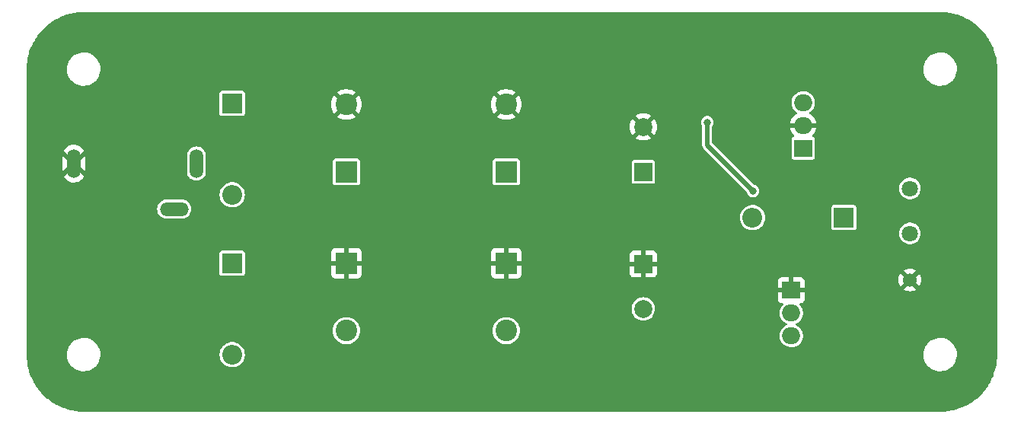
<source format=gbr>
%TF.GenerationSoftware,KiCad,Pcbnew,7.0.7-7.0.7~ubuntu22.04.1*%
%TF.CreationDate,2023-10-27T18:02:48-05:00*%
%TF.ProjectId,PSU,5053552e-6b69-4636-9164-5f7063625858,V1.0*%
%TF.SameCoordinates,Original*%
%TF.FileFunction,Copper,L2,Bot*%
%TF.FilePolarity,Positive*%
%FSLAX46Y46*%
G04 Gerber Fmt 4.6, Leading zero omitted, Abs format (unit mm)*
G04 Created by KiCad (PCBNEW 7.0.7-7.0.7~ubuntu22.04.1) date 2023-10-27 18:02:48*
%MOMM*%
%LPD*%
G01*
G04 APERTURE LIST*
%TA.AperFunction,ComponentPad*%
%ADD10C,1.524000*%
%TD*%
%TA.AperFunction,ComponentPad*%
%ADD11C,1.803400*%
%TD*%
%TA.AperFunction,ComponentPad*%
%ADD12R,2.000000X1.905000*%
%TD*%
%TA.AperFunction,ComponentPad*%
%ADD13O,2.000000X1.905000*%
%TD*%
%TA.AperFunction,ComponentPad*%
%ADD14R,2.000000X2.000000*%
%TD*%
%TA.AperFunction,ComponentPad*%
%ADD15C,2.000000*%
%TD*%
%TA.AperFunction,ComponentPad*%
%ADD16R,2.400000X2.400000*%
%TD*%
%TA.AperFunction,ComponentPad*%
%ADD17C,2.400000*%
%TD*%
%TA.AperFunction,ComponentPad*%
%ADD18R,2.200000X2.200000*%
%TD*%
%TA.AperFunction,ComponentPad*%
%ADD19O,2.200000X2.200000*%
%TD*%
%TA.AperFunction,ComponentPad*%
%ADD20O,1.500000X3.200000*%
%TD*%
%TA.AperFunction,ComponentPad*%
%ADD21O,3.200000X1.500000*%
%TD*%
%TA.AperFunction,ViaPad*%
%ADD22C,0.800000*%
%TD*%
%TA.AperFunction,Conductor*%
%ADD23C,0.500000*%
%TD*%
G04 APERTURE END LIST*
D10*
%TO.P,J2,3*%
%TO.N,GND*%
X197289553Y-108448601D03*
D11*
%TO.P,J2,1,1*%
%TO.N,+12V*%
X197289553Y-98288601D03*
%TO.P,J2,2,2*%
%TO.N,-12V*%
X197289553Y-103288601D03*
%TD*%
D12*
%TO.P,U2,1,GND*%
%TO.N,GND*%
X184100373Y-109590025D03*
D13*
%TO.P,U2,2,VI*%
%TO.N,Net-(D3-A)*%
X184100373Y-112130025D03*
%TO.P,U2,3,VO*%
%TO.N,-12V*%
X184100373Y-114670025D03*
%TD*%
D14*
%TO.P,C6,1*%
%TO.N,Net-(D1-K)*%
X167640000Y-96440000D03*
D15*
%TO.P,C6,2*%
%TO.N,GND*%
X167640000Y-91440000D03*
%TD*%
D14*
%TO.P,C5,1*%
%TO.N,GND*%
X167640000Y-106680000D03*
D15*
%TO.P,C5,2*%
%TO.N,Net-(D3-A)*%
X167640000Y-111680000D03*
%TD*%
D16*
%TO.P,C4,1*%
%TO.N,GND*%
X152400000Y-106600000D03*
D17*
%TO.P,C4,2*%
%TO.N,Net-(D3-A)*%
X152400000Y-114100000D03*
%TD*%
D18*
%TO.P,D1,1,K*%
%TO.N,Net-(D1-K)*%
X189950721Y-101520000D03*
D19*
%TO.P,D1,2,A*%
%TO.N,+12V*%
X179790721Y-101520000D03*
%TD*%
D20*
%TO.P,J1,6*%
%TO.N,Net-(D2-A)*%
X117943600Y-95514483D03*
%TO.N,GND*%
X104316122Y-95513631D03*
D21*
%TO.P,J1,7*%
%TO.N,N/C*%
X115473355Y-100575055D03*
%TD*%
D16*
%TO.P,C2,1*%
%TO.N,Net-(D1-K)*%
X152400000Y-96440000D03*
D17*
%TO.P,C2,2*%
%TO.N,GND*%
X152400000Y-88940000D03*
%TD*%
D16*
%TO.P,C3,1*%
%TO.N,GND*%
X134620000Y-106600000D03*
D17*
%TO.P,C3,2*%
%TO.N,Net-(D3-A)*%
X134620000Y-114100000D03*
%TD*%
D16*
%TO.P,C1,1*%
%TO.N,Net-(D1-K)*%
X134620000Y-96440000D03*
D17*
%TO.P,C1,2*%
%TO.N,GND*%
X134620000Y-88940000D03*
%TD*%
D12*
%TO.P,LM7812,1,IN*%
%TO.N,Net-(D1-K)*%
X185420000Y-93809770D03*
D13*
%TO.P,LM7812,2,GND*%
%TO.N,GND*%
X185420000Y-91269770D03*
%TO.P,LM7812,3,OUT*%
%TO.N,+12V*%
X185420000Y-88729770D03*
%TD*%
D18*
%TO.P,D2,1,K*%
%TO.N,Net-(D1-K)*%
X121920000Y-88820000D03*
D19*
%TO.P,D2,2,A*%
%TO.N,Net-(D2-A)*%
X121920000Y-98980000D03*
%TD*%
D18*
%TO.P,D3,1,K*%
%TO.N,Net-(D2-A)*%
X121920000Y-106600000D03*
D19*
%TO.P,D3,2,A*%
%TO.N,Net-(D3-A)*%
X121920000Y-116760000D03*
%TD*%
D22*
%TO.N,+12V*%
X179832000Y-98552000D03*
X174752000Y-90932000D03*
%TD*%
D23*
%TO.N,+12V*%
X174752000Y-93472000D02*
X174752000Y-90932000D01*
X179832000Y-98552000D02*
X174752000Y-93472000D01*
%TD*%
%TA.AperFunction,Conductor*%
%TO.N,GND*%
G36*
X200926871Y-78670485D02*
G01*
X201137581Y-78678764D01*
X201142032Y-78679102D01*
X201396138Y-78707734D01*
X201621099Y-78734360D01*
X201625303Y-78735006D01*
X201873490Y-78781965D01*
X202098986Y-78826819D01*
X202102853Y-78827721D01*
X202266591Y-78871595D01*
X202345597Y-78892765D01*
X202434742Y-78917906D01*
X202568278Y-78955567D01*
X202571911Y-78956713D01*
X202808529Y-79039510D01*
X203026363Y-79119873D01*
X203029650Y-79121195D01*
X203218711Y-79203682D01*
X203259126Y-79221315D01*
X203470484Y-79318752D01*
X203473428Y-79320207D01*
X203694672Y-79437138D01*
X203898027Y-79551023D01*
X203900662Y-79552587D01*
X204112450Y-79685662D01*
X204112474Y-79685677D01*
X204306495Y-79815318D01*
X204308867Y-79816984D01*
X204510107Y-79965507D01*
X204608293Y-80042910D01*
X204694573Y-80110927D01*
X204885198Y-80274973D01*
X205057731Y-80434461D01*
X205235538Y-80612268D01*
X205395025Y-80784800D01*
X205559055Y-80975407D01*
X205559073Y-80975427D01*
X205704492Y-81159892D01*
X205853014Y-81361131D01*
X205854680Y-81363503D01*
X205984322Y-81557525D01*
X206117390Y-81769302D01*
X206118988Y-81771993D01*
X206232869Y-81975343D01*
X206267324Y-82040534D01*
X206349777Y-82196542D01*
X206351259Y-82199540D01*
X206448684Y-82410873D01*
X206548796Y-82640333D01*
X206550138Y-82643667D01*
X206630490Y-82861472D01*
X206713285Y-83098086D01*
X206714436Y-83101735D01*
X206777234Y-83324402D01*
X206842270Y-83567118D01*
X206843191Y-83571071D01*
X206888033Y-83796504D01*
X206902920Y-83875182D01*
X206934989Y-84044677D01*
X206935640Y-84048917D01*
X206962283Y-84274014D01*
X206990894Y-84527951D01*
X206991237Y-84532460D01*
X206999516Y-84743185D01*
X207009500Y-85010000D01*
X207009500Y-116760000D01*
X206999516Y-117026814D01*
X206991237Y-117237538D01*
X206990895Y-117242047D01*
X206962283Y-117495985D01*
X206935640Y-117721081D01*
X206934989Y-117725321D01*
X206895865Y-117932100D01*
X206888068Y-117973317D01*
X206888043Y-117973447D01*
X206843191Y-118198927D01*
X206842270Y-118202880D01*
X206777234Y-118445597D01*
X206714436Y-118668263D01*
X206713285Y-118671911D01*
X206630490Y-118908527D01*
X206550138Y-119126331D01*
X206548796Y-119129665D01*
X206448684Y-119359127D01*
X206351259Y-119570458D01*
X206349769Y-119573472D01*
X206232869Y-119794656D01*
X206118988Y-119998005D01*
X206117390Y-120000696D01*
X205984322Y-120212474D01*
X205854680Y-120406495D01*
X205853014Y-120408867D01*
X205704492Y-120610107D01*
X205559073Y-120794572D01*
X205395026Y-120985198D01*
X205235538Y-121157731D01*
X205057731Y-121335538D01*
X204885198Y-121495026D01*
X204694572Y-121659073D01*
X204510107Y-121804492D01*
X204308867Y-121953014D01*
X204306495Y-121954680D01*
X204112474Y-122084322D01*
X203900696Y-122217390D01*
X203898005Y-122218988D01*
X203694656Y-122332869D01*
X203473472Y-122449769D01*
X203470458Y-122451259D01*
X203259127Y-122548684D01*
X203029665Y-122648796D01*
X203026331Y-122650138D01*
X202808527Y-122730490D01*
X202571911Y-122813285D01*
X202568263Y-122814436D01*
X202345597Y-122877234D01*
X202102880Y-122942270D01*
X202098927Y-122943191D01*
X201921689Y-122978446D01*
X201873437Y-122988044D01*
X201846574Y-122993127D01*
X201625321Y-123034989D01*
X201621081Y-123035640D01*
X201395985Y-123062283D01*
X201142047Y-123090895D01*
X201137538Y-123091237D01*
X200926814Y-123099516D01*
X200660000Y-123109500D01*
X105410000Y-123109500D01*
X105143185Y-123099516D01*
X104932460Y-123091237D01*
X104927951Y-123090894D01*
X104674014Y-123062283D01*
X104448917Y-123035640D01*
X104444677Y-123034989D01*
X104196599Y-122988051D01*
X104094231Y-122967689D01*
X103971071Y-122943191D01*
X103967118Y-122942270D01*
X103724402Y-122877234D01*
X103501735Y-122814436D01*
X103498086Y-122813285D01*
X103261472Y-122730490D01*
X103134301Y-122683574D01*
X103043660Y-122650135D01*
X103040333Y-122648796D01*
X102810873Y-122548684D01*
X102664309Y-122481118D01*
X102599530Y-122451254D01*
X102596542Y-122449777D01*
X102480250Y-122388314D01*
X102375343Y-122332869D01*
X102171993Y-122218988D01*
X102169302Y-122217390D01*
X101957525Y-122084322D01*
X101763503Y-121954680D01*
X101761131Y-121953014D01*
X101559892Y-121804492D01*
X101433287Y-121704685D01*
X101375421Y-121659067D01*
X101184801Y-121495026D01*
X101012268Y-121335538D01*
X100834461Y-121157731D01*
X100674973Y-120985198D01*
X100510927Y-120794572D01*
X100442910Y-120708293D01*
X100365507Y-120610107D01*
X100216984Y-120408867D01*
X100215318Y-120406495D01*
X100085677Y-120212474D01*
X99952587Y-120000662D01*
X99951023Y-119998027D01*
X99837130Y-119794656D01*
X99802676Y-119729466D01*
X99720207Y-119573428D01*
X99718752Y-119570484D01*
X99621315Y-119359126D01*
X99596082Y-119301291D01*
X99521195Y-119129650D01*
X99519873Y-119126363D01*
X99439503Y-118908510D01*
X99356714Y-118671912D01*
X99355567Y-118668278D01*
X99292765Y-118445597D01*
X99255746Y-118307441D01*
X99227721Y-118202853D01*
X99226819Y-118198986D01*
X99181957Y-117973447D01*
X99135006Y-117725303D01*
X99134360Y-117721099D01*
X99107734Y-117496138D01*
X99079102Y-117242032D01*
X99078764Y-117237581D01*
X99070479Y-117026710D01*
X99069154Y-116991308D01*
X99063035Y-116827763D01*
X103555787Y-116827763D01*
X103585413Y-117097013D01*
X103585415Y-117097024D01*
X103653926Y-117359082D01*
X103653928Y-117359088D01*
X103759870Y-117608390D01*
X103900979Y-117839605D01*
X103900986Y-117839615D01*
X104074253Y-118047819D01*
X104074259Y-118047824D01*
X104179240Y-118141887D01*
X104275998Y-118228582D01*
X104501910Y-118378044D01*
X104747176Y-118493020D01*
X104747183Y-118493022D01*
X104747185Y-118493023D01*
X105006557Y-118571057D01*
X105006564Y-118571058D01*
X105006569Y-118571060D01*
X105274561Y-118610500D01*
X105274566Y-118610500D01*
X105477636Y-118610500D01*
X105529133Y-118606730D01*
X105680156Y-118595677D01*
X105792758Y-118570593D01*
X105944546Y-118536782D01*
X105944548Y-118536781D01*
X105944553Y-118536780D01*
X106197558Y-118440014D01*
X106433777Y-118307441D01*
X106648177Y-118141888D01*
X106836186Y-117946881D01*
X106993799Y-117726579D01*
X107067787Y-117582669D01*
X107117649Y-117485690D01*
X107117651Y-117485684D01*
X107117656Y-117485675D01*
X107205118Y-117229305D01*
X107254319Y-116962933D01*
X107261735Y-116760006D01*
X120514700Y-116760006D01*
X120533864Y-116991297D01*
X120533866Y-116991308D01*
X120590842Y-117216300D01*
X120684075Y-117428848D01*
X120811016Y-117623147D01*
X120811019Y-117623151D01*
X120811021Y-117623153D01*
X120968216Y-117793913D01*
X120968219Y-117793915D01*
X120968222Y-117793918D01*
X121151365Y-117936464D01*
X121151371Y-117936468D01*
X121151374Y-117936470D01*
X121355497Y-118046936D01*
X121469487Y-118086068D01*
X121575015Y-118122297D01*
X121575017Y-118122297D01*
X121575019Y-118122298D01*
X121803951Y-118160500D01*
X121803952Y-118160500D01*
X122036048Y-118160500D01*
X122036049Y-118160500D01*
X122264981Y-118122298D01*
X122484503Y-118046936D01*
X122688626Y-117936470D01*
X122871784Y-117793913D01*
X123028979Y-117623153D01*
X123155924Y-117428849D01*
X123249157Y-117216300D01*
X123306134Y-116991305D01*
X123319685Y-116827765D01*
X123319685Y-116827763D01*
X198805787Y-116827763D01*
X198835413Y-117097013D01*
X198835415Y-117097024D01*
X198903926Y-117359082D01*
X198903928Y-117359088D01*
X199009870Y-117608390D01*
X199150979Y-117839605D01*
X199150986Y-117839615D01*
X199324253Y-118047819D01*
X199324259Y-118047824D01*
X199429240Y-118141887D01*
X199525998Y-118228582D01*
X199751910Y-118378044D01*
X199997176Y-118493020D01*
X199997183Y-118493022D01*
X199997185Y-118493023D01*
X200256557Y-118571057D01*
X200256564Y-118571058D01*
X200256569Y-118571060D01*
X200524561Y-118610500D01*
X200524566Y-118610500D01*
X200727636Y-118610500D01*
X200779133Y-118606730D01*
X200930156Y-118595677D01*
X201042758Y-118570593D01*
X201194546Y-118536782D01*
X201194548Y-118536781D01*
X201194553Y-118536780D01*
X201447558Y-118440014D01*
X201683777Y-118307441D01*
X201898177Y-118141888D01*
X202086186Y-117946881D01*
X202243799Y-117726579D01*
X202317787Y-117582669D01*
X202367649Y-117485690D01*
X202367651Y-117485684D01*
X202367656Y-117485675D01*
X202455118Y-117229305D01*
X202504319Y-116962933D01*
X202514212Y-116692235D01*
X202484586Y-116422982D01*
X202416072Y-116160912D01*
X202310130Y-115911610D01*
X202169018Y-115680390D01*
X202167845Y-115678981D01*
X201995746Y-115472180D01*
X201995740Y-115472175D01*
X201794002Y-115291418D01*
X201568092Y-115141957D01*
X201568090Y-115141956D01*
X201322824Y-115026980D01*
X201322819Y-115026978D01*
X201322814Y-115026976D01*
X201063442Y-114948942D01*
X201063428Y-114948939D01*
X200947791Y-114931921D01*
X200795439Y-114909500D01*
X200592369Y-114909500D01*
X200592364Y-114909500D01*
X200389844Y-114924323D01*
X200389831Y-114924325D01*
X200125453Y-114983217D01*
X200125446Y-114983220D01*
X199872439Y-115079987D01*
X199636226Y-115212557D01*
X199421822Y-115378112D01*
X199233822Y-115573109D01*
X199233816Y-115573116D01*
X199076202Y-115793419D01*
X199076199Y-115793424D01*
X198952350Y-116034309D01*
X198952343Y-116034327D01*
X198864884Y-116290685D01*
X198864881Y-116290699D01*
X198815681Y-116557068D01*
X198815680Y-116557075D01*
X198805787Y-116827763D01*
X123319685Y-116827763D01*
X123325300Y-116760006D01*
X123325300Y-116759993D01*
X123306135Y-116528702D01*
X123306133Y-116528691D01*
X123249157Y-116303699D01*
X123155924Y-116091151D01*
X123028983Y-115896852D01*
X123028980Y-115896849D01*
X123028979Y-115896847D01*
X122871784Y-115726087D01*
X122871779Y-115726083D01*
X122871777Y-115726081D01*
X122688634Y-115583535D01*
X122688628Y-115583531D01*
X122484504Y-115473064D01*
X122484495Y-115473061D01*
X122264984Y-115397702D01*
X122093281Y-115369050D01*
X122036049Y-115359500D01*
X121803951Y-115359500D01*
X121758164Y-115367140D01*
X121575015Y-115397702D01*
X121355504Y-115473061D01*
X121355495Y-115473064D01*
X121151371Y-115583531D01*
X121151365Y-115583535D01*
X120968222Y-115726081D01*
X120968219Y-115726084D01*
X120968216Y-115726086D01*
X120968216Y-115726087D01*
X120909267Y-115790121D01*
X120811016Y-115896852D01*
X120684075Y-116091151D01*
X120590842Y-116303699D01*
X120533866Y-116528691D01*
X120533864Y-116528702D01*
X120514700Y-116759993D01*
X120514700Y-116760006D01*
X107261735Y-116760006D01*
X107264212Y-116692235D01*
X107234586Y-116422982D01*
X107166072Y-116160912D01*
X107060130Y-115911610D01*
X106919018Y-115680390D01*
X106917845Y-115678981D01*
X106745746Y-115472180D01*
X106745740Y-115472175D01*
X106544002Y-115291418D01*
X106318092Y-115141957D01*
X106318090Y-115141956D01*
X106072824Y-115026980D01*
X106072819Y-115026978D01*
X106072814Y-115026976D01*
X105813442Y-114948942D01*
X105813428Y-114948939D01*
X105697791Y-114931921D01*
X105545439Y-114909500D01*
X105342369Y-114909500D01*
X105342364Y-114909500D01*
X105139844Y-114924323D01*
X105139831Y-114924325D01*
X104875453Y-114983217D01*
X104875446Y-114983220D01*
X104622439Y-115079987D01*
X104386226Y-115212557D01*
X104171822Y-115378112D01*
X103983822Y-115573109D01*
X103983816Y-115573116D01*
X103826202Y-115793419D01*
X103826199Y-115793424D01*
X103702350Y-116034309D01*
X103702343Y-116034327D01*
X103614884Y-116290685D01*
X103614881Y-116290699D01*
X103565681Y-116557068D01*
X103565680Y-116557075D01*
X103555787Y-116827763D01*
X99063035Y-116827763D01*
X99060500Y-116760000D01*
X99060500Y-116759500D01*
X99060500Y-114100005D01*
X133114357Y-114100005D01*
X133134890Y-114347812D01*
X133134892Y-114347824D01*
X133195936Y-114588881D01*
X133295826Y-114816606D01*
X133431833Y-115024782D01*
X133463128Y-115058777D01*
X133600256Y-115207738D01*
X133796491Y-115360474D01*
X133796493Y-115360475D01*
X134004533Y-115473061D01*
X134015190Y-115478828D01*
X134250386Y-115559571D01*
X134495665Y-115600500D01*
X134744335Y-115600500D01*
X134989614Y-115559571D01*
X135224810Y-115478828D01*
X135443509Y-115360474D01*
X135639744Y-115207738D01*
X135808164Y-115024785D01*
X135944173Y-114816607D01*
X136044063Y-114588881D01*
X136105108Y-114347821D01*
X136105109Y-114347812D01*
X136125643Y-114100005D01*
X150894357Y-114100005D01*
X150914890Y-114347812D01*
X150914892Y-114347824D01*
X150975936Y-114588881D01*
X151075826Y-114816606D01*
X151211833Y-115024782D01*
X151243128Y-115058777D01*
X151380256Y-115207738D01*
X151576491Y-115360474D01*
X151576493Y-115360475D01*
X151784533Y-115473061D01*
X151795190Y-115478828D01*
X152030386Y-115559571D01*
X152275665Y-115600500D01*
X152524335Y-115600500D01*
X152769614Y-115559571D01*
X153004810Y-115478828D01*
X153223509Y-115360474D01*
X153419744Y-115207738D01*
X153588164Y-115024785D01*
X153724173Y-114816607D01*
X153824063Y-114588881D01*
X153885108Y-114347821D01*
X153885109Y-114347812D01*
X153905643Y-114100005D01*
X153905643Y-114099994D01*
X153885109Y-113852187D01*
X153885107Y-113852175D01*
X153824063Y-113611118D01*
X153724173Y-113383393D01*
X153588166Y-113175217D01*
X153562941Y-113147815D01*
X153419744Y-112992262D01*
X153223509Y-112839526D01*
X153223507Y-112839525D01*
X153223506Y-112839524D01*
X153004811Y-112721172D01*
X153004802Y-112721169D01*
X152769616Y-112640429D01*
X152524335Y-112599500D01*
X152275665Y-112599500D01*
X152030383Y-112640429D01*
X151795197Y-112721169D01*
X151795188Y-112721172D01*
X151576493Y-112839524D01*
X151380257Y-112992261D01*
X151211833Y-113175217D01*
X151075826Y-113383393D01*
X150975936Y-113611118D01*
X150914892Y-113852175D01*
X150914890Y-113852187D01*
X150894357Y-114099994D01*
X150894357Y-114100005D01*
X136125643Y-114100005D01*
X136125643Y-114099994D01*
X136105109Y-113852187D01*
X136105107Y-113852175D01*
X136044063Y-113611118D01*
X135944173Y-113383393D01*
X135808166Y-113175217D01*
X135782941Y-113147815D01*
X135639744Y-112992262D01*
X135443509Y-112839526D01*
X135443507Y-112839525D01*
X135443506Y-112839524D01*
X135224811Y-112721172D01*
X135224802Y-112721169D01*
X134989616Y-112640429D01*
X134744335Y-112599500D01*
X134495665Y-112599500D01*
X134250383Y-112640429D01*
X134015197Y-112721169D01*
X134015188Y-112721172D01*
X133796493Y-112839524D01*
X133600257Y-112992261D01*
X133431833Y-113175217D01*
X133295826Y-113383393D01*
X133195936Y-113611118D01*
X133134892Y-113852175D01*
X133134890Y-113852187D01*
X133114357Y-114099994D01*
X133114357Y-114100005D01*
X99060500Y-114100005D01*
X99060500Y-111680001D01*
X166334532Y-111680001D01*
X166354364Y-111906686D01*
X166354366Y-111906697D01*
X166413258Y-112126488D01*
X166413261Y-112126497D01*
X166509431Y-112332732D01*
X166509432Y-112332734D01*
X166639954Y-112519141D01*
X166800858Y-112680045D01*
X166800861Y-112680047D01*
X166987266Y-112810568D01*
X167193504Y-112906739D01*
X167193509Y-112906740D01*
X167193511Y-112906741D01*
X167246415Y-112920916D01*
X167413308Y-112965635D01*
X167575230Y-112979801D01*
X167639998Y-112985468D01*
X167640000Y-112985468D01*
X167640002Y-112985468D01*
X167696673Y-112980509D01*
X167866692Y-112965635D01*
X168086496Y-112906739D01*
X168292734Y-112810568D01*
X168479139Y-112680047D01*
X168640047Y-112519139D01*
X168770568Y-112332734D01*
X168866739Y-112126496D01*
X168925635Y-111906692D01*
X168945468Y-111680000D01*
X168925635Y-111453308D01*
X168874006Y-111260626D01*
X168866741Y-111233511D01*
X168866738Y-111233502D01*
X168770568Y-111027266D01*
X168640047Y-110840861D01*
X168640045Y-110840858D01*
X168479141Y-110679954D01*
X168351199Y-110590369D01*
X182600373Y-110590369D01*
X182606774Y-110649897D01*
X182606776Y-110649904D01*
X182657018Y-110784611D01*
X182657022Y-110784618D01*
X182743182Y-110899712D01*
X182743185Y-110899715D01*
X182858279Y-110985875D01*
X182858286Y-110985879D01*
X182992993Y-111036121D01*
X182993000Y-111036123D01*
X183052528Y-111042524D01*
X183052545Y-111042525D01*
X183068967Y-111042525D01*
X183136006Y-111062210D01*
X183181761Y-111115014D01*
X183191705Y-111184172D01*
X183162680Y-111247728D01*
X183158594Y-111252217D01*
X183069277Y-111345635D01*
X182945027Y-111533866D01*
X182856382Y-111741263D01*
X182856379Y-111741272D01*
X182806194Y-111961147D01*
X182806194Y-111961154D01*
X182801145Y-112073586D01*
X182796075Y-112186468D01*
X182815888Y-112332734D01*
X182826351Y-112409975D01*
X182896046Y-112624475D01*
X182996188Y-112810568D01*
X183002926Y-112823089D01*
X183143550Y-112999427D01*
X183143554Y-112999430D01*
X183143557Y-112999434D01*
X183313394Y-113147815D01*
X183313394Y-113147816D01*
X183313398Y-113147818D01*
X183313401Y-113147821D01*
X183507019Y-113263502D01*
X183560619Y-113283618D01*
X183616465Y-113325601D01*
X183640749Y-113391115D01*
X183625758Y-113459358D01*
X183576253Y-113508663D01*
X183570849Y-113511430D01*
X183407611Y-113590041D01*
X183407605Y-113590044D01*
X183225148Y-113722607D01*
X183225140Y-113722613D01*
X183069279Y-113885631D01*
X182945027Y-114073866D01*
X182856382Y-114281263D01*
X182856379Y-114281272D01*
X182806194Y-114501147D01*
X182806194Y-114501154D01*
X182801145Y-114613586D01*
X182796075Y-114726468D01*
X182826211Y-114948942D01*
X182826351Y-114949975D01*
X182896046Y-115164475D01*
X183001519Y-115360475D01*
X183002926Y-115363089D01*
X183143550Y-115539427D01*
X183143554Y-115539430D01*
X183143557Y-115539434D01*
X183313394Y-115687815D01*
X183313394Y-115687816D01*
X183313398Y-115687818D01*
X183313401Y-115687821D01*
X183507019Y-115803502D01*
X183718181Y-115882752D01*
X183718181Y-115882753D01*
X183940098Y-115923025D01*
X183940101Y-115923025D01*
X184204143Y-115923025D01*
X184204149Y-115923025D01*
X184362059Y-115908812D01*
X184372510Y-115907872D01*
X184589913Y-115847873D01*
X184589918Y-115847870D01*
X184589925Y-115847869D01*
X184793134Y-115750009D01*
X184826069Y-115726081D01*
X184975597Y-115617442D01*
X184975603Y-115617438D01*
X185030931Y-115559570D01*
X185113639Y-115473064D01*
X185131468Y-115454416D01*
X185255719Y-115266183D01*
X185344364Y-115058788D01*
X185394552Y-114838899D01*
X185404671Y-114613582D01*
X185374396Y-114390079D01*
X185304699Y-114175574D01*
X185197820Y-113976961D01*
X185057196Y-113800623D01*
X185057190Y-113800618D01*
X185057188Y-113800615D01*
X184887351Y-113652234D01*
X184887351Y-113652233D01*
X184887346Y-113652230D01*
X184887345Y-113652229D01*
X184693727Y-113536548D01*
X184640125Y-113516430D01*
X184584279Y-113474447D01*
X184559996Y-113408933D01*
X184574987Y-113340690D01*
X184624493Y-113291386D01*
X184629878Y-113288628D01*
X184793134Y-113210009D01*
X184975603Y-113077438D01*
X185131468Y-112914416D01*
X185255719Y-112726183D01*
X185344364Y-112518788D01*
X185394552Y-112298899D01*
X185404671Y-112073582D01*
X185374396Y-111850079D01*
X185304699Y-111635574D01*
X185197820Y-111436961D01*
X185057196Y-111260623D01*
X185056371Y-111259902D01*
X185056102Y-111259480D01*
X185053344Y-111256595D01*
X185053916Y-111256047D01*
X185018840Y-111200969D01*
X185019128Y-111131100D01*
X185057145Y-111072478D01*
X185120819Y-111043715D01*
X185137960Y-111042525D01*
X185148201Y-111042525D01*
X185148217Y-111042524D01*
X185207745Y-111036123D01*
X185207752Y-111036121D01*
X185342459Y-110985879D01*
X185342466Y-110985875D01*
X185457560Y-110899715D01*
X185457563Y-110899712D01*
X185543723Y-110784618D01*
X185543727Y-110784611D01*
X185593969Y-110649904D01*
X185593971Y-110649897D01*
X185600372Y-110590369D01*
X185600373Y-110590352D01*
X185600373Y-109840025D01*
X184814031Y-109840025D01*
X184746992Y-109820340D01*
X184701237Y-109767536D01*
X184691092Y-109699841D01*
X184705550Y-109590025D01*
X184691092Y-109480208D01*
X184701857Y-109411176D01*
X184748237Y-109358920D01*
X184814031Y-109340025D01*
X185600372Y-109340025D01*
X185600373Y-108589697D01*
X185600372Y-108589680D01*
X185593971Y-108530152D01*
X185593969Y-108530145D01*
X185563555Y-108448601D01*
X196022732Y-108448601D01*
X196041977Y-108668577D01*
X196041979Y-108668587D01*
X196099128Y-108881871D01*
X196099133Y-108881885D01*
X196192452Y-109082008D01*
X196192453Y-109082010D01*
X196237811Y-109146788D01*
X196680602Y-108703996D01*
X196741925Y-108670511D01*
X196811616Y-108675495D01*
X196867550Y-108717366D01*
X196872598Y-108724637D01*
X196907791Y-108779398D01*
X197023155Y-108879360D01*
X197020846Y-108882023D01*
X197055559Y-108922100D01*
X197065488Y-108991261D01*
X197036451Y-109054811D01*
X197030435Y-109061270D01*
X196591364Y-109500341D01*
X196591364Y-109500342D01*
X196656135Y-109545695D01*
X196656145Y-109545701D01*
X196856268Y-109639020D01*
X196856282Y-109639025D01*
X197069566Y-109696174D01*
X197069576Y-109696176D01*
X197289552Y-109715422D01*
X197289554Y-109715422D01*
X197509529Y-109696176D01*
X197509539Y-109696174D01*
X197722823Y-109639025D01*
X197722837Y-109639020D01*
X197922961Y-109545701D01*
X197922973Y-109545694D01*
X197987739Y-109500343D01*
X197987740Y-109500341D01*
X197548669Y-109061270D01*
X197515184Y-108999947D01*
X197520168Y-108930255D01*
X197557194Y-108880794D01*
X197555951Y-108879360D01*
X197562653Y-108873553D01*
X197671314Y-108779399D01*
X197706508Y-108724635D01*
X197759307Y-108678884D01*
X197828466Y-108668939D01*
X197892022Y-108697963D01*
X197898502Y-108703996D01*
X198341294Y-109146788D01*
X198341295Y-109146787D01*
X198386646Y-109082021D01*
X198386653Y-109082009D01*
X198479972Y-108881885D01*
X198479977Y-108881871D01*
X198537126Y-108668587D01*
X198537128Y-108668577D01*
X198556374Y-108448601D01*
X198556374Y-108448600D01*
X198537128Y-108228624D01*
X198537126Y-108228614D01*
X198479977Y-108015330D01*
X198479973Y-108015321D01*
X198386651Y-107815191D01*
X198341293Y-107750412D01*
X197898502Y-108193204D01*
X197837179Y-108226689D01*
X197767487Y-108221705D01*
X197711554Y-108179833D01*
X197706505Y-108172562D01*
X197674881Y-108123354D01*
X197671314Y-108117803D01*
X197562653Y-108023649D01*
X197562652Y-108023648D01*
X197555951Y-108017842D01*
X197558251Y-108015186D01*
X197523513Y-107975029D01*
X197513627Y-107905862D01*
X197542705Y-107842330D01*
X197548669Y-107835930D01*
X197987740Y-107396859D01*
X197922962Y-107351501D01*
X197922960Y-107351500D01*
X197722837Y-107258181D01*
X197722823Y-107258176D01*
X197509539Y-107201027D01*
X197509529Y-107201025D01*
X197289554Y-107181780D01*
X197289552Y-107181780D01*
X197069576Y-107201025D01*
X197069566Y-107201027D01*
X196856282Y-107258176D01*
X196856273Y-107258180D01*
X196656139Y-107351504D01*
X196591365Y-107396858D01*
X196591364Y-107396859D01*
X197030436Y-107835931D01*
X197063921Y-107897254D01*
X197058937Y-107966946D01*
X197021910Y-108016406D01*
X197023155Y-108017842D01*
X196907790Y-108117804D01*
X196872599Y-108172563D01*
X196819795Y-108218318D01*
X196750637Y-108228262D01*
X196687081Y-108199237D01*
X196680603Y-108193205D01*
X196237811Y-107750412D01*
X196237810Y-107750413D01*
X196192456Y-107815187D01*
X196099132Y-108015321D01*
X196099128Y-108015330D01*
X196041979Y-108228614D01*
X196041977Y-108228624D01*
X196022732Y-108448600D01*
X196022732Y-108448601D01*
X185563555Y-108448601D01*
X185543727Y-108395438D01*
X185543723Y-108395431D01*
X185457563Y-108280337D01*
X185457560Y-108280334D01*
X185342466Y-108194174D01*
X185342459Y-108194170D01*
X185207752Y-108143928D01*
X185207745Y-108143926D01*
X185148217Y-108137525D01*
X184350373Y-108137525D01*
X184350373Y-108876366D01*
X184330688Y-108943405D01*
X184277884Y-108989160D01*
X184210188Y-108999305D01*
X184139706Y-108990026D01*
X184139701Y-108990025D01*
X184139696Y-108990025D01*
X184061050Y-108990025D01*
X184061044Y-108990025D01*
X184061039Y-108990026D01*
X183990558Y-108999305D01*
X183921523Y-108988539D01*
X183869267Y-108942159D01*
X183850373Y-108876366D01*
X183850373Y-108137525D01*
X183052528Y-108137525D01*
X182993000Y-108143926D01*
X182992993Y-108143928D01*
X182858286Y-108194170D01*
X182858279Y-108194174D01*
X182743185Y-108280334D01*
X182743182Y-108280337D01*
X182657022Y-108395431D01*
X182657018Y-108395438D01*
X182606776Y-108530145D01*
X182606774Y-108530152D01*
X182600373Y-108589680D01*
X182600373Y-109340025D01*
X183386715Y-109340025D01*
X183453754Y-109359710D01*
X183499509Y-109412514D01*
X183509653Y-109480208D01*
X183495196Y-109590025D01*
X183509653Y-109699841D01*
X183498889Y-109768874D01*
X183452509Y-109821130D01*
X183386715Y-109840025D01*
X182600373Y-109840025D01*
X182600373Y-110590369D01*
X168351199Y-110590369D01*
X168292734Y-110549432D01*
X168292732Y-110549431D01*
X168086497Y-110453261D01*
X168086488Y-110453258D01*
X167866697Y-110394366D01*
X167866693Y-110394365D01*
X167866692Y-110394365D01*
X167866691Y-110394364D01*
X167866686Y-110394364D01*
X167640002Y-110374532D01*
X167639998Y-110374532D01*
X167413313Y-110394364D01*
X167413302Y-110394366D01*
X167193511Y-110453258D01*
X167193502Y-110453261D01*
X166987267Y-110549431D01*
X166987265Y-110549432D01*
X166800858Y-110679954D01*
X166639954Y-110840858D01*
X166509432Y-111027265D01*
X166509431Y-111027267D01*
X166413261Y-111233502D01*
X166413258Y-111233511D01*
X166354366Y-111453302D01*
X166354364Y-111453313D01*
X166334532Y-111679998D01*
X166334532Y-111680001D01*
X99060500Y-111680001D01*
X99060500Y-107744856D01*
X120519500Y-107744856D01*
X120519502Y-107744882D01*
X120522413Y-107769987D01*
X120522415Y-107769991D01*
X120567793Y-107872764D01*
X120567794Y-107872765D01*
X120647235Y-107952206D01*
X120750009Y-107997585D01*
X120775135Y-108000500D01*
X123064864Y-108000499D01*
X123064879Y-108000497D01*
X123064882Y-108000497D01*
X123089987Y-107997586D01*
X123089988Y-107997585D01*
X123089991Y-107997585D01*
X123192765Y-107952206D01*
X123272206Y-107872765D01*
X123283210Y-107847844D01*
X132920000Y-107847844D01*
X132926401Y-107907372D01*
X132926403Y-107907379D01*
X132976645Y-108042086D01*
X132976649Y-108042093D01*
X133062809Y-108157187D01*
X133062812Y-108157190D01*
X133177906Y-108243350D01*
X133177913Y-108243354D01*
X133312620Y-108293596D01*
X133312627Y-108293598D01*
X133372155Y-108299999D01*
X133372172Y-108300000D01*
X134370000Y-108300000D01*
X134370000Y-107313658D01*
X134389685Y-107246619D01*
X134442489Y-107200864D01*
X134510184Y-107190719D01*
X134580677Y-107200000D01*
X134580684Y-107200000D01*
X134659316Y-107200000D01*
X134659323Y-107200000D01*
X134729815Y-107190719D01*
X134798849Y-107201484D01*
X134851105Y-107247864D01*
X134870000Y-107313658D01*
X134870000Y-108300000D01*
X135867828Y-108300000D01*
X135867844Y-108299999D01*
X135927372Y-108293598D01*
X135927379Y-108293596D01*
X136062086Y-108243354D01*
X136062093Y-108243350D01*
X136177187Y-108157190D01*
X136177190Y-108157187D01*
X136263350Y-108042093D01*
X136263354Y-108042086D01*
X136313596Y-107907379D01*
X136313598Y-107907372D01*
X136319999Y-107847844D01*
X150700000Y-107847844D01*
X150706401Y-107907372D01*
X150706403Y-107907379D01*
X150756645Y-108042086D01*
X150756649Y-108042093D01*
X150842809Y-108157187D01*
X150842812Y-108157190D01*
X150957906Y-108243350D01*
X150957913Y-108243354D01*
X151092620Y-108293596D01*
X151092627Y-108293598D01*
X151152155Y-108299999D01*
X151152172Y-108300000D01*
X152150000Y-108300000D01*
X152150000Y-107313658D01*
X152169685Y-107246619D01*
X152222489Y-107200864D01*
X152290184Y-107190719D01*
X152360677Y-107200000D01*
X152360684Y-107200000D01*
X152439316Y-107200000D01*
X152439323Y-107200000D01*
X152509815Y-107190719D01*
X152578849Y-107201484D01*
X152631105Y-107247864D01*
X152650000Y-107313658D01*
X152650000Y-108300000D01*
X153647828Y-108300000D01*
X153647844Y-108299999D01*
X153707372Y-108293598D01*
X153707379Y-108293596D01*
X153842086Y-108243354D01*
X153842093Y-108243350D01*
X153957187Y-108157190D01*
X153957190Y-108157187D01*
X154043350Y-108042093D01*
X154043354Y-108042086D01*
X154093596Y-107907379D01*
X154093598Y-107907372D01*
X154099999Y-107847844D01*
X154100000Y-107847827D01*
X154100000Y-107727844D01*
X166140000Y-107727844D01*
X166146401Y-107787372D01*
X166146403Y-107787379D01*
X166196645Y-107922086D01*
X166196649Y-107922093D01*
X166282809Y-108037187D01*
X166282812Y-108037190D01*
X166397906Y-108123350D01*
X166397913Y-108123354D01*
X166532620Y-108173596D01*
X166532627Y-108173598D01*
X166592155Y-108179999D01*
X166592172Y-108180000D01*
X167390000Y-108180000D01*
X167390000Y-107292301D01*
X167409685Y-107225262D01*
X167462489Y-107179507D01*
X167531647Y-107169563D01*
X167604237Y-107180000D01*
X167604238Y-107180000D01*
X167675762Y-107180000D01*
X167675763Y-107180000D01*
X167748352Y-107169563D01*
X167817510Y-107179507D01*
X167870314Y-107225261D01*
X167889999Y-107292301D01*
X167889999Y-108179999D01*
X167890001Y-108180000D01*
X168687828Y-108180000D01*
X168687844Y-108179999D01*
X168747372Y-108173598D01*
X168747379Y-108173596D01*
X168882086Y-108123354D01*
X168882093Y-108123350D01*
X168997187Y-108037190D01*
X168997190Y-108037187D01*
X169083350Y-107922093D01*
X169083354Y-107922086D01*
X169133596Y-107787379D01*
X169133598Y-107787372D01*
X169139999Y-107727844D01*
X169140000Y-107727827D01*
X169140000Y-106930000D01*
X168253347Y-106930000D01*
X168186308Y-106910315D01*
X168140553Y-106857511D01*
X168130609Y-106788353D01*
X168134369Y-106771067D01*
X168136143Y-106765022D01*
X168140000Y-106751889D01*
X168140000Y-106608111D01*
X168134368Y-106588933D01*
X168134370Y-106519064D01*
X168172145Y-106460286D01*
X168235701Y-106431262D01*
X168253347Y-106430000D01*
X169140000Y-106430000D01*
X169140000Y-105632172D01*
X169139999Y-105632155D01*
X169133598Y-105572627D01*
X169133596Y-105572620D01*
X169083354Y-105437913D01*
X169083350Y-105437906D01*
X168997190Y-105322812D01*
X168997187Y-105322809D01*
X168882093Y-105236649D01*
X168882086Y-105236645D01*
X168747379Y-105186403D01*
X168747372Y-105186401D01*
X168687844Y-105180000D01*
X167889999Y-105180000D01*
X167889999Y-106067698D01*
X167870314Y-106134738D01*
X167817510Y-106180492D01*
X167748353Y-106190436D01*
X167675764Y-106180000D01*
X167675763Y-106180000D01*
X167604237Y-106180000D01*
X167604233Y-106180000D01*
X167531645Y-106190436D01*
X167462487Y-106180492D01*
X167409684Y-106134736D01*
X167390000Y-106067698D01*
X167390000Y-105180000D01*
X166592155Y-105180000D01*
X166532627Y-105186401D01*
X166532620Y-105186403D01*
X166397913Y-105236645D01*
X166397906Y-105236649D01*
X166282812Y-105322809D01*
X166282809Y-105322812D01*
X166196649Y-105437906D01*
X166196645Y-105437913D01*
X166146403Y-105572620D01*
X166146401Y-105572627D01*
X166140000Y-105632155D01*
X166140000Y-106430000D01*
X167026653Y-106430000D01*
X167093692Y-106449685D01*
X167139447Y-106502489D01*
X167149391Y-106571647D01*
X167145631Y-106588933D01*
X167140000Y-106608111D01*
X167140000Y-106751889D01*
X167143856Y-106765022D01*
X167145631Y-106771067D01*
X167145630Y-106840936D01*
X167107855Y-106899714D01*
X167044299Y-106928738D01*
X167026653Y-106930000D01*
X166140000Y-106930000D01*
X166140000Y-107727844D01*
X154100000Y-107727844D01*
X154100000Y-106850000D01*
X153113658Y-106850000D01*
X153046619Y-106830315D01*
X153000864Y-106777511D01*
X152990719Y-106709816D01*
X153005177Y-106600000D01*
X152990719Y-106490183D01*
X153001484Y-106421151D01*
X153047864Y-106368895D01*
X153113658Y-106350000D01*
X154100000Y-106350000D01*
X154100000Y-105352172D01*
X154099999Y-105352155D01*
X154093598Y-105292627D01*
X154093596Y-105292620D01*
X154043354Y-105157913D01*
X154043350Y-105157906D01*
X153957190Y-105042812D01*
X153957187Y-105042809D01*
X153842093Y-104956649D01*
X153842086Y-104956645D01*
X153707379Y-104906403D01*
X153707372Y-104906401D01*
X153647844Y-104900000D01*
X152650000Y-104900000D01*
X152650000Y-105886341D01*
X152630315Y-105953380D01*
X152577511Y-105999135D01*
X152509815Y-106009280D01*
X152439333Y-106000001D01*
X152439328Y-106000000D01*
X152439323Y-106000000D01*
X152360677Y-106000000D01*
X152360671Y-106000000D01*
X152360666Y-106000001D01*
X152290185Y-106009280D01*
X152221150Y-105998514D01*
X152168894Y-105952134D01*
X152150000Y-105886341D01*
X152150000Y-104900000D01*
X151152155Y-104900000D01*
X151092627Y-104906401D01*
X151092620Y-104906403D01*
X150957913Y-104956645D01*
X150957906Y-104956649D01*
X150842812Y-105042809D01*
X150842809Y-105042812D01*
X150756649Y-105157906D01*
X150756645Y-105157913D01*
X150706403Y-105292620D01*
X150706401Y-105292627D01*
X150700000Y-105352155D01*
X150700000Y-106350000D01*
X151686342Y-106350000D01*
X151753381Y-106369685D01*
X151799136Y-106422489D01*
X151809280Y-106490183D01*
X151794823Y-106600000D01*
X151809280Y-106709816D01*
X151798516Y-106778849D01*
X151752136Y-106831105D01*
X151686342Y-106850000D01*
X150700000Y-106850000D01*
X150700000Y-107847844D01*
X136319999Y-107847844D01*
X136320000Y-107847827D01*
X136320000Y-106850000D01*
X135333658Y-106850000D01*
X135266619Y-106830315D01*
X135220864Y-106777511D01*
X135210719Y-106709816D01*
X135225177Y-106600000D01*
X135210719Y-106490183D01*
X135221484Y-106421151D01*
X135267864Y-106368895D01*
X135333658Y-106350000D01*
X136320000Y-106350000D01*
X136320000Y-105352172D01*
X136319999Y-105352155D01*
X136313598Y-105292627D01*
X136313596Y-105292620D01*
X136263354Y-105157913D01*
X136263350Y-105157906D01*
X136177190Y-105042812D01*
X136177187Y-105042809D01*
X136062093Y-104956649D01*
X136062086Y-104956645D01*
X135927379Y-104906403D01*
X135927372Y-104906401D01*
X135867844Y-104900000D01*
X134870000Y-104900000D01*
X134870000Y-105886341D01*
X134850315Y-105953380D01*
X134797511Y-105999135D01*
X134729815Y-106009280D01*
X134659333Y-106000001D01*
X134659328Y-106000000D01*
X134659323Y-106000000D01*
X134580677Y-106000000D01*
X134580671Y-106000000D01*
X134580666Y-106000001D01*
X134510185Y-106009280D01*
X134441150Y-105998514D01*
X134388894Y-105952134D01*
X134370000Y-105886341D01*
X134370000Y-104900000D01*
X133372155Y-104900000D01*
X133312627Y-104906401D01*
X133312620Y-104906403D01*
X133177913Y-104956645D01*
X133177906Y-104956649D01*
X133062812Y-105042809D01*
X133062809Y-105042812D01*
X132976649Y-105157906D01*
X132976645Y-105157913D01*
X132926403Y-105292620D01*
X132926401Y-105292627D01*
X132920000Y-105352155D01*
X132920000Y-106350000D01*
X133906342Y-106350000D01*
X133973381Y-106369685D01*
X134019136Y-106422489D01*
X134029280Y-106490183D01*
X134014823Y-106600000D01*
X134029280Y-106709816D01*
X134018516Y-106778849D01*
X133972136Y-106831105D01*
X133906342Y-106850000D01*
X132920000Y-106850000D01*
X132920000Y-107847844D01*
X123283210Y-107847844D01*
X123317585Y-107769991D01*
X123320500Y-107744865D01*
X123320499Y-105455136D01*
X123318501Y-105437906D01*
X123317586Y-105430012D01*
X123317585Y-105430010D01*
X123317585Y-105430009D01*
X123272206Y-105327235D01*
X123192765Y-105247794D01*
X123167515Y-105236645D01*
X123089992Y-105202415D01*
X123064865Y-105199500D01*
X120775143Y-105199500D01*
X120775117Y-105199502D01*
X120750012Y-105202413D01*
X120750008Y-105202415D01*
X120647235Y-105247793D01*
X120567794Y-105327234D01*
X120522415Y-105430006D01*
X120522415Y-105430008D01*
X120519500Y-105455131D01*
X120519500Y-107744856D01*
X99060500Y-107744856D01*
X99060500Y-103288601D01*
X196082203Y-103288601D01*
X196102759Y-103510450D01*
X196163732Y-103724743D01*
X196163739Y-103724761D01*
X196263041Y-103924187D01*
X196397312Y-104101989D01*
X196561961Y-104252086D01*
X196561963Y-104252088D01*
X196751387Y-104369374D01*
X196751388Y-104369374D01*
X196751391Y-104369376D01*
X196959146Y-104449861D01*
X197178153Y-104490801D01*
X197178155Y-104490801D01*
X197400951Y-104490801D01*
X197400953Y-104490801D01*
X197619960Y-104449861D01*
X197827715Y-104369376D01*
X198017144Y-104252087D01*
X198181795Y-104101987D01*
X198316063Y-103924189D01*
X198415373Y-103724746D01*
X198476346Y-103510451D01*
X198496903Y-103288601D01*
X198476346Y-103066751D01*
X198415373Y-102852456D01*
X198415369Y-102852448D01*
X198415366Y-102852440D01*
X198316064Y-102653014D01*
X198181793Y-102475212D01*
X198017144Y-102325115D01*
X198017142Y-102325113D01*
X197827718Y-102207827D01*
X197827712Y-102207825D01*
X197619960Y-102127341D01*
X197400953Y-102086401D01*
X197178153Y-102086401D01*
X196959146Y-102127341D01*
X196827764Y-102178238D01*
X196751393Y-102207825D01*
X196751387Y-102207827D01*
X196561963Y-102325113D01*
X196561961Y-102325115D01*
X196397312Y-102475212D01*
X196263041Y-102653014D01*
X196163739Y-102852440D01*
X196163732Y-102852458D01*
X196102759Y-103066751D01*
X196082203Y-103288600D01*
X196082203Y-103288601D01*
X99060500Y-103288601D01*
X99060500Y-100575054D01*
X113567772Y-100575054D01*
X113588054Y-100780987D01*
X113588055Y-100780989D01*
X113648123Y-100979009D01*
X113745670Y-101161505D01*
X113745672Y-101161507D01*
X113876944Y-101321465D01*
X113973564Y-101400757D01*
X114036905Y-101452740D01*
X114219401Y-101550287D01*
X114417421Y-101610355D01*
X114417420Y-101610355D01*
X114456002Y-101614155D01*
X114571747Y-101625555D01*
X114571750Y-101625555D01*
X116374960Y-101625555D01*
X116374963Y-101625555D01*
X116529289Y-101610355D01*
X116727309Y-101550287D01*
X116783960Y-101520006D01*
X178385421Y-101520006D01*
X178404585Y-101751297D01*
X178404587Y-101751308D01*
X178461563Y-101976300D01*
X178554796Y-102188848D01*
X178681737Y-102383147D01*
X178681740Y-102383151D01*
X178681742Y-102383153D01*
X178838937Y-102553913D01*
X178838940Y-102553915D01*
X178838943Y-102553918D01*
X179022086Y-102696464D01*
X179022092Y-102696468D01*
X179022095Y-102696470D01*
X179226218Y-102806936D01*
X179340208Y-102846068D01*
X179445736Y-102882297D01*
X179445738Y-102882297D01*
X179445740Y-102882298D01*
X179674672Y-102920500D01*
X179674673Y-102920500D01*
X179906769Y-102920500D01*
X179906770Y-102920500D01*
X180135702Y-102882298D01*
X180355224Y-102806936D01*
X180559347Y-102696470D01*
X180567672Y-102689991D01*
X180599965Y-102664856D01*
X188550221Y-102664856D01*
X188550223Y-102664882D01*
X188553134Y-102689987D01*
X188553136Y-102689991D01*
X188598514Y-102792764D01*
X188598515Y-102792764D01*
X188598515Y-102792765D01*
X188677956Y-102872206D01*
X188780730Y-102917585D01*
X188805856Y-102920500D01*
X191095585Y-102920499D01*
X191095600Y-102920497D01*
X191095603Y-102920497D01*
X191120708Y-102917586D01*
X191120709Y-102917585D01*
X191120712Y-102917585D01*
X191223486Y-102872206D01*
X191302927Y-102792765D01*
X191348306Y-102689991D01*
X191351221Y-102664865D01*
X191351220Y-100375136D01*
X191350523Y-100369122D01*
X191348307Y-100350012D01*
X191348306Y-100350010D01*
X191348306Y-100350009D01*
X191302927Y-100247235D01*
X191223486Y-100167794D01*
X191200630Y-100157702D01*
X191120713Y-100122415D01*
X191095586Y-100119500D01*
X188805864Y-100119500D01*
X188805838Y-100119502D01*
X188780733Y-100122413D01*
X188780729Y-100122415D01*
X188677956Y-100167793D01*
X188598515Y-100247234D01*
X188553136Y-100350006D01*
X188553136Y-100350008D01*
X188550221Y-100375131D01*
X188550221Y-102664856D01*
X180599965Y-102664856D01*
X180620850Y-102648600D01*
X180742505Y-102553913D01*
X180899700Y-102383153D01*
X181026645Y-102188849D01*
X181119878Y-101976300D01*
X181176855Y-101751305D01*
X181187275Y-101625555D01*
X181196021Y-101520006D01*
X181196021Y-101519993D01*
X181176856Y-101288702D01*
X181176854Y-101288691D01*
X181119878Y-101063699D01*
X181026645Y-100851151D01*
X180899704Y-100656852D01*
X180899701Y-100656849D01*
X180899700Y-100656847D01*
X180742505Y-100486087D01*
X180742500Y-100486083D01*
X180742498Y-100486081D01*
X180559355Y-100343535D01*
X180559349Y-100343531D01*
X180355225Y-100233064D01*
X180355216Y-100233061D01*
X180135705Y-100157702D01*
X179964003Y-100129050D01*
X179906770Y-100119500D01*
X179674672Y-100119500D01*
X179628885Y-100127140D01*
X179445736Y-100157702D01*
X179226225Y-100233061D01*
X179226216Y-100233064D01*
X179022092Y-100343531D01*
X179022086Y-100343535D01*
X178838943Y-100486081D01*
X178838940Y-100486084D01*
X178681737Y-100656852D01*
X178554796Y-100851151D01*
X178461563Y-101063699D01*
X178404587Y-101288691D01*
X178404585Y-101288702D01*
X178385421Y-101519993D01*
X178385421Y-101520006D01*
X116783960Y-101520006D01*
X116909805Y-101452740D01*
X117069765Y-101321465D01*
X117201040Y-101161505D01*
X117298587Y-100979009D01*
X117358655Y-100780989D01*
X117378938Y-100575055D01*
X117358655Y-100369121D01*
X117298587Y-100171101D01*
X117201040Y-99988605D01*
X117149057Y-99925264D01*
X117069765Y-99828644D01*
X116909807Y-99697372D01*
X116909808Y-99697372D01*
X116909805Y-99697370D01*
X116727309Y-99599823D01*
X116529289Y-99539755D01*
X116529287Y-99539754D01*
X116529289Y-99539754D01*
X116410160Y-99528021D01*
X116374963Y-99524555D01*
X114571747Y-99524555D01*
X114533653Y-99528306D01*
X114417422Y-99539754D01*
X114219398Y-99599824D01*
X114109252Y-99658698D01*
X114036905Y-99697370D01*
X114036903Y-99697371D01*
X114036902Y-99697372D01*
X113876944Y-99828644D01*
X113745672Y-99988602D01*
X113745670Y-99988605D01*
X113732140Y-100013918D01*
X113648124Y-100171098D01*
X113588054Y-100369122D01*
X113567772Y-100575054D01*
X99060500Y-100575054D01*
X99060500Y-98980006D01*
X120514700Y-98980006D01*
X120533864Y-99211297D01*
X120533866Y-99211308D01*
X120590842Y-99436300D01*
X120684075Y-99648848D01*
X120811016Y-99843147D01*
X120811019Y-99843151D01*
X120811021Y-99843153D01*
X120968216Y-100013913D01*
X120968219Y-100013915D01*
X120968222Y-100013918D01*
X121151365Y-100156464D01*
X121151371Y-100156468D01*
X121151374Y-100156470D01*
X121355497Y-100266936D01*
X121469487Y-100306068D01*
X121575015Y-100342297D01*
X121575017Y-100342297D01*
X121575019Y-100342298D01*
X121803951Y-100380500D01*
X121803952Y-100380500D01*
X122036048Y-100380500D01*
X122036049Y-100380500D01*
X122264981Y-100342298D01*
X122484503Y-100266936D01*
X122688626Y-100156470D01*
X122871784Y-100013913D01*
X123028979Y-99843153D01*
X123155924Y-99648849D01*
X123249157Y-99436300D01*
X123306134Y-99211305D01*
X123306135Y-99211297D01*
X123325300Y-98980006D01*
X123325300Y-98979993D01*
X123306135Y-98748702D01*
X123306133Y-98748691D01*
X123249157Y-98523699D01*
X123155924Y-98311151D01*
X123028983Y-98116852D01*
X123028980Y-98116849D01*
X123028979Y-98116847D01*
X122871784Y-97946087D01*
X122871779Y-97946083D01*
X122871777Y-97946081D01*
X122688634Y-97803535D01*
X122688628Y-97803531D01*
X122484504Y-97693064D01*
X122484495Y-97693061D01*
X122460595Y-97684856D01*
X133119500Y-97684856D01*
X133119502Y-97684882D01*
X133122413Y-97709987D01*
X133122415Y-97709991D01*
X133167793Y-97812764D01*
X133167794Y-97812765D01*
X133247235Y-97892206D01*
X133350009Y-97937585D01*
X133375135Y-97940500D01*
X135864864Y-97940499D01*
X135864879Y-97940497D01*
X135864882Y-97940497D01*
X135889987Y-97937586D01*
X135889988Y-97937585D01*
X135889991Y-97937585D01*
X135992765Y-97892206D01*
X136072206Y-97812765D01*
X136117585Y-97709991D01*
X136120500Y-97684865D01*
X136120500Y-97684856D01*
X150899500Y-97684856D01*
X150899502Y-97684882D01*
X150902413Y-97709987D01*
X150902415Y-97709991D01*
X150947793Y-97812764D01*
X150947794Y-97812765D01*
X151027235Y-97892206D01*
X151130009Y-97937585D01*
X151155135Y-97940500D01*
X153644864Y-97940499D01*
X153644879Y-97940497D01*
X153644882Y-97940497D01*
X153669987Y-97937586D01*
X153669988Y-97937585D01*
X153669991Y-97937585D01*
X153772765Y-97892206D01*
X153852206Y-97812765D01*
X153897585Y-97709991D01*
X153900500Y-97684865D01*
X153900500Y-97484856D01*
X166339500Y-97484856D01*
X166339502Y-97484882D01*
X166342413Y-97509987D01*
X166342415Y-97509991D01*
X166387793Y-97612764D01*
X166387794Y-97612765D01*
X166467235Y-97692206D01*
X166570009Y-97737585D01*
X166595135Y-97740500D01*
X168684864Y-97740499D01*
X168684879Y-97740497D01*
X168684882Y-97740497D01*
X168709987Y-97737586D01*
X168709988Y-97737585D01*
X168709991Y-97737585D01*
X168812765Y-97692206D01*
X168892206Y-97612765D01*
X168937585Y-97509991D01*
X168940500Y-97484865D01*
X168940499Y-95395136D01*
X168940497Y-95395117D01*
X168937586Y-95370012D01*
X168937585Y-95370010D01*
X168937585Y-95370009D01*
X168892206Y-95267235D01*
X168812765Y-95187794D01*
X168787565Y-95176667D01*
X168709992Y-95142415D01*
X168684865Y-95139500D01*
X166595143Y-95139500D01*
X166595117Y-95139502D01*
X166570012Y-95142413D01*
X166570008Y-95142415D01*
X166467235Y-95187793D01*
X166387794Y-95267234D01*
X166342415Y-95370006D01*
X166342415Y-95370008D01*
X166339500Y-95395131D01*
X166339500Y-97484856D01*
X153900500Y-97484856D01*
X153900499Y-95195136D01*
X153899648Y-95187794D01*
X153897586Y-95170012D01*
X153897585Y-95170010D01*
X153897585Y-95170009D01*
X153852206Y-95067235D01*
X153772765Y-94987794D01*
X153772765Y-94987793D01*
X153669992Y-94942415D01*
X153644865Y-94939500D01*
X151155143Y-94939500D01*
X151155117Y-94939502D01*
X151130012Y-94942413D01*
X151130008Y-94942415D01*
X151027235Y-94987793D01*
X150947794Y-95067234D01*
X150902415Y-95170006D01*
X150902415Y-95170008D01*
X150899500Y-95195131D01*
X150899500Y-97684856D01*
X136120500Y-97684856D01*
X136120499Y-95195136D01*
X136119648Y-95187794D01*
X136117586Y-95170012D01*
X136117585Y-95170010D01*
X136117585Y-95170009D01*
X136072206Y-95067235D01*
X135992765Y-94987794D01*
X135992763Y-94987793D01*
X135889992Y-94942415D01*
X135864865Y-94939500D01*
X133375143Y-94939500D01*
X133375117Y-94939502D01*
X133350012Y-94942413D01*
X133350008Y-94942415D01*
X133247235Y-94987793D01*
X133167794Y-95067234D01*
X133122415Y-95170006D01*
X133122415Y-95170008D01*
X133119500Y-95195131D01*
X133119500Y-97684856D01*
X122460595Y-97684856D01*
X122264984Y-97617702D01*
X122082276Y-97587214D01*
X122036049Y-97579500D01*
X121803951Y-97579500D01*
X121758164Y-97587140D01*
X121575015Y-97617702D01*
X121355504Y-97693061D01*
X121355495Y-97693064D01*
X121151371Y-97803531D01*
X121151365Y-97803535D01*
X120968222Y-97946081D01*
X120968219Y-97946084D01*
X120811016Y-98116852D01*
X120684075Y-98311151D01*
X120590842Y-98523699D01*
X120533866Y-98748691D01*
X120533864Y-98748702D01*
X120514700Y-98979993D01*
X120514700Y-98980006D01*
X99060500Y-98980006D01*
X99060500Y-96410078D01*
X103066122Y-96410078D01*
X103704441Y-95771759D01*
X103765764Y-95738274D01*
X103835455Y-95743258D01*
X103891389Y-95785129D01*
X103915806Y-95850594D01*
X103916122Y-95859440D01*
X103916122Y-96215820D01*
X103896437Y-96282859D01*
X103879803Y-96303501D01*
X103218323Y-96964980D01*
X103238728Y-97007352D01*
X103238729Y-97007354D01*
X103370972Y-97189372D01*
X103370979Y-97189380D01*
X103533608Y-97344868D01*
X103721388Y-97468822D01*
X103928291Y-97557255D01*
X103928300Y-97557258D01*
X104147646Y-97607322D01*
X104147657Y-97607324D01*
X104372425Y-97617418D01*
X104595400Y-97587214D01*
X104809390Y-97517685D01*
X105007523Y-97411065D01*
X105007526Y-97411063D01*
X105183442Y-97270776D01*
X105331474Y-97101338D01*
X105331475Y-97101338D01*
X105413309Y-96964371D01*
X104865025Y-96416087D01*
X116893100Y-96416087D01*
X116908299Y-96570415D01*
X116908300Y-96570417D01*
X116968368Y-96768437D01*
X117065915Y-96950933D01*
X117065917Y-96950935D01*
X117197189Y-97110893D01*
X117292827Y-97189380D01*
X117357150Y-97242168D01*
X117539646Y-97339715D01*
X117737666Y-97399783D01*
X117737665Y-97399783D01*
X117757947Y-97401780D01*
X117943600Y-97420066D01*
X118149534Y-97399783D01*
X118347554Y-97339715D01*
X118530050Y-97242168D01*
X118690010Y-97110893D01*
X118821285Y-96950933D01*
X118918832Y-96768437D01*
X118978900Y-96570417D01*
X118994100Y-96416091D01*
X118994100Y-94612875D01*
X118978900Y-94458549D01*
X118918832Y-94260529D01*
X118821285Y-94078033D01*
X118769302Y-94014692D01*
X118690010Y-93918072D01*
X118572277Y-93821452D01*
X118530050Y-93786798D01*
X118347554Y-93689251D01*
X118149534Y-93629183D01*
X118149532Y-93629182D01*
X118149534Y-93629182D01*
X117962063Y-93610718D01*
X117943600Y-93608900D01*
X117943599Y-93608900D01*
X117737667Y-93629182D01*
X117539643Y-93689252D01*
X117429498Y-93748126D01*
X117357150Y-93786798D01*
X117357148Y-93786799D01*
X117357147Y-93786800D01*
X117197189Y-93918072D01*
X117065917Y-94078030D01*
X116968369Y-94260526D01*
X116908299Y-94458550D01*
X116896851Y-94574781D01*
X116895503Y-94588483D01*
X116893100Y-94612878D01*
X116893100Y-96416087D01*
X104865025Y-96416087D01*
X104752440Y-96303502D01*
X104718955Y-96242179D01*
X104716122Y-96215830D01*
X104716122Y-95859439D01*
X104735807Y-95792400D01*
X104788611Y-95746645D01*
X104857769Y-95736702D01*
X104921325Y-95765727D01*
X104927803Y-95771759D01*
X105566121Y-96410078D01*
X105566122Y-96410077D01*
X105566122Y-94617184D01*
X105566121Y-94617183D01*
X104927803Y-95255502D01*
X104866480Y-95288987D01*
X104796788Y-95284003D01*
X104740855Y-95242131D01*
X104716438Y-95176667D01*
X104716122Y-95167821D01*
X104716122Y-94811439D01*
X104735807Y-94744400D01*
X104752441Y-94723758D01*
X105413919Y-94062279D01*
X105413919Y-94062278D01*
X105393521Y-94019917D01*
X105393516Y-94019910D01*
X105261271Y-93837889D01*
X105261264Y-93837881D01*
X105098635Y-93682393D01*
X104910855Y-93558439D01*
X104703952Y-93470006D01*
X104703943Y-93470003D01*
X104484597Y-93419939D01*
X104484586Y-93419937D01*
X104259818Y-93409843D01*
X104036843Y-93440047D01*
X103822853Y-93509576D01*
X103624720Y-93616196D01*
X103624717Y-93616198D01*
X103448801Y-93756485D01*
X103300764Y-93925928D01*
X103300762Y-93925930D01*
X103218933Y-94062887D01*
X103218933Y-94062889D01*
X103879803Y-94723759D01*
X103913288Y-94785082D01*
X103916122Y-94811440D01*
X103916122Y-95167821D01*
X103896437Y-95234860D01*
X103843633Y-95280615D01*
X103774475Y-95290559D01*
X103710919Y-95261534D01*
X103704441Y-95255502D01*
X103066122Y-94617183D01*
X103066122Y-96410078D01*
X99060500Y-96410078D01*
X99060500Y-91440005D01*
X166134859Y-91440005D01*
X166155385Y-91687729D01*
X166155387Y-91687738D01*
X166216412Y-91928717D01*
X166316266Y-92156364D01*
X166416564Y-92309882D01*
X167031050Y-91695395D01*
X167092373Y-91661910D01*
X167162064Y-91666894D01*
X167217998Y-91708765D01*
X167223039Y-91716025D01*
X167258239Y-91770798D01*
X167355689Y-91855238D01*
X167373602Y-91870759D01*
X167371293Y-91873422D01*
X167406006Y-91913499D01*
X167415935Y-91982660D01*
X167386898Y-92046210D01*
X167380882Y-92052669D01*
X166769942Y-92663609D01*
X166816768Y-92700055D01*
X166816770Y-92700056D01*
X167035385Y-92818364D01*
X167035396Y-92818369D01*
X167270506Y-92899083D01*
X167515707Y-92940000D01*
X167764293Y-92940000D01*
X168009493Y-92899083D01*
X168244603Y-92818369D01*
X168244614Y-92818364D01*
X168463228Y-92700057D01*
X168463231Y-92700055D01*
X168510056Y-92663609D01*
X167899116Y-92052669D01*
X167865631Y-91991346D01*
X167870615Y-91921654D01*
X167907641Y-91872193D01*
X167906398Y-91870759D01*
X167913100Y-91864952D01*
X168021761Y-91770798D01*
X168056954Y-91716037D01*
X168109755Y-91670283D01*
X168178914Y-91660339D01*
X168242470Y-91689363D01*
X168248949Y-91695396D01*
X168863434Y-92309882D01*
X168963731Y-92156369D01*
X169063587Y-91928717D01*
X169124612Y-91687738D01*
X169124614Y-91687729D01*
X169145141Y-91440005D01*
X169145141Y-91439994D01*
X169124614Y-91192270D01*
X169124612Y-91192261D01*
X169063587Y-90951282D01*
X169055129Y-90931999D01*
X174046355Y-90931999D01*
X174066859Y-91100869D01*
X174066860Y-91100874D01*
X174127182Y-91259931D01*
X174179550Y-91335798D01*
X174201433Y-91402152D01*
X174201500Y-91406238D01*
X174201500Y-93462602D01*
X174199238Y-93528829D01*
X174209715Y-93571819D01*
X174210901Y-93578061D01*
X174216929Y-93621920D01*
X174224079Y-93638379D01*
X174230819Y-93658420D01*
X174235067Y-93675852D01*
X174256763Y-93714439D01*
X174259582Y-93720115D01*
X174277220Y-93760720D01*
X174277221Y-93760722D01*
X174288541Y-93774636D01*
X174300439Y-93792117D01*
X174309234Y-93807760D01*
X174309236Y-93807761D01*
X174340532Y-93839057D01*
X174344783Y-93843766D01*
X174372722Y-93878108D01*
X174387381Y-93888455D01*
X174403552Y-93902077D01*
X179106169Y-98604694D01*
X179139654Y-98666017D01*
X179141584Y-98677426D01*
X179146859Y-98720871D01*
X179146860Y-98720875D01*
X179207182Y-98879930D01*
X179207182Y-98879931D01*
X179237732Y-98924189D01*
X179303817Y-99019929D01*
X179396442Y-99101987D01*
X179431150Y-99132736D01*
X179580836Y-99211297D01*
X179581775Y-99211790D01*
X179746944Y-99252500D01*
X179917056Y-99252500D01*
X180082225Y-99211790D01*
X180161692Y-99170081D01*
X180232849Y-99132736D01*
X180232850Y-99132734D01*
X180232852Y-99132734D01*
X180360183Y-99019929D01*
X180456818Y-98879930D01*
X180517140Y-98720872D01*
X180537645Y-98552000D01*
X180517140Y-98383128D01*
X180481291Y-98288601D01*
X196082203Y-98288601D01*
X196102759Y-98510450D01*
X196163732Y-98724743D01*
X196163739Y-98724761D01*
X196263041Y-98924187D01*
X196397312Y-99101989D01*
X196561961Y-99252086D01*
X196561963Y-99252088D01*
X196751387Y-99369374D01*
X196751388Y-99369374D01*
X196751391Y-99369376D01*
X196959146Y-99449861D01*
X197178153Y-99490801D01*
X197178155Y-99490801D01*
X197400951Y-99490801D01*
X197400953Y-99490801D01*
X197619960Y-99449861D01*
X197827715Y-99369376D01*
X198017144Y-99252087D01*
X198181795Y-99101987D01*
X198316063Y-98924189D01*
X198338101Y-98879930D01*
X198415366Y-98724761D01*
X198415367Y-98724756D01*
X198415373Y-98724746D01*
X198476346Y-98510451D01*
X198496903Y-98288601D01*
X198490923Y-98224070D01*
X198476346Y-98066751D01*
X198449177Y-97971263D01*
X198415373Y-97852456D01*
X198415369Y-97852448D01*
X198415366Y-97852440D01*
X198316064Y-97653014D01*
X198181793Y-97475212D01*
X198017144Y-97325115D01*
X198017142Y-97325113D01*
X197827718Y-97207827D01*
X197827712Y-97207825D01*
X197619960Y-97127341D01*
X197400953Y-97086401D01*
X197178153Y-97086401D01*
X196959146Y-97127341D01*
X196827764Y-97178238D01*
X196751393Y-97207825D01*
X196751387Y-97207827D01*
X196561963Y-97325113D01*
X196561961Y-97325115D01*
X196397312Y-97475212D01*
X196263041Y-97653014D01*
X196163739Y-97852440D01*
X196163732Y-97852458D01*
X196102759Y-98066751D01*
X196082203Y-98288600D01*
X196082203Y-98288601D01*
X180481291Y-98288601D01*
X180456818Y-98224070D01*
X180360183Y-98084071D01*
X180232852Y-97971266D01*
X180232849Y-97971263D01*
X180082226Y-97892210D01*
X179941287Y-97857472D01*
X179883281Y-97824756D01*
X175338819Y-93280294D01*
X175305334Y-93218971D01*
X175302500Y-93192613D01*
X175302500Y-91519770D01*
X183941633Y-91519770D01*
X183959619Y-91627561D01*
X184037778Y-91855224D01*
X184037784Y-91855238D01*
X184152344Y-92066929D01*
X184152350Y-92066938D01*
X184300193Y-92256886D01*
X184300196Y-92256889D01*
X184400360Y-92349097D01*
X184436350Y-92408984D01*
X184434250Y-92478822D01*
X184394726Y-92536438D01*
X184358226Y-92555201D01*
X184358542Y-92555917D01*
X184247235Y-92605063D01*
X184167794Y-92684504D01*
X184122415Y-92787276D01*
X184122415Y-92787278D01*
X184119500Y-92812401D01*
X184119500Y-94807126D01*
X184119502Y-94807152D01*
X184122413Y-94832257D01*
X184122415Y-94832261D01*
X184167793Y-94935034D01*
X184167794Y-94935035D01*
X184247235Y-95014476D01*
X184350009Y-95059855D01*
X184375135Y-95062770D01*
X186464864Y-95062769D01*
X186464879Y-95062767D01*
X186464882Y-95062767D01*
X186489987Y-95059856D01*
X186489988Y-95059855D01*
X186489991Y-95059855D01*
X186592765Y-95014476D01*
X186672206Y-94935035D01*
X186717585Y-94832261D01*
X186720500Y-94807135D01*
X186720499Y-92812406D01*
X186720497Y-92812387D01*
X186717586Y-92787282D01*
X186717585Y-92787280D01*
X186717585Y-92787279D01*
X186672206Y-92684505D01*
X186592765Y-92605064D01*
X186592763Y-92605063D01*
X186481458Y-92555917D01*
X186482099Y-92554464D01*
X186431543Y-92523377D01*
X186401260Y-92460411D01*
X186409827Y-92391068D01*
X186439640Y-92349097D01*
X186539803Y-92256889D01*
X186539806Y-92256886D01*
X186687649Y-92066938D01*
X186687655Y-92066929D01*
X186802215Y-91855238D01*
X186802221Y-91855224D01*
X186880380Y-91627561D01*
X186898367Y-91519770D01*
X186133658Y-91519770D01*
X186066619Y-91500085D01*
X186020864Y-91447281D01*
X186010719Y-91379586D01*
X186025177Y-91269770D01*
X186010719Y-91159953D01*
X186021484Y-91090921D01*
X186067864Y-91038665D01*
X186133658Y-91019770D01*
X186898366Y-91019770D01*
X186898366Y-91019769D01*
X186880380Y-90911978D01*
X186802221Y-90684315D01*
X186802215Y-90684301D01*
X186687655Y-90472610D01*
X186687649Y-90472601D01*
X186539806Y-90282653D01*
X186539797Y-90282643D01*
X186362710Y-90119621D01*
X186362707Y-90119620D01*
X186157141Y-89985316D01*
X186111785Y-89932169D01*
X186102361Y-89862938D01*
X186131863Y-89799602D01*
X186152078Y-89781189D01*
X186224445Y-89728610D01*
X186295230Y-89677183D01*
X186451095Y-89514161D01*
X186575346Y-89325928D01*
X186663991Y-89118533D01*
X186714179Y-88898644D01*
X186724298Y-88673327D01*
X186694023Y-88449824D01*
X186624326Y-88235319D01*
X186517447Y-88036706D01*
X186376823Y-87860368D01*
X186376817Y-87860363D01*
X186376815Y-87860360D01*
X186206978Y-87711979D01*
X186206978Y-87711978D01*
X186206973Y-87711975D01*
X186206972Y-87711974D01*
X186013354Y-87596293D01*
X185934101Y-87566549D01*
X185802191Y-87517041D01*
X185580275Y-87476770D01*
X185580272Y-87476770D01*
X185316224Y-87476770D01*
X185284875Y-87479591D01*
X185147862Y-87491922D01*
X184930459Y-87551921D01*
X184930444Y-87551927D01*
X184727242Y-87649783D01*
X184727232Y-87649789D01*
X184544775Y-87782352D01*
X184544767Y-87782358D01*
X184388906Y-87945376D01*
X184264654Y-88133611D01*
X184264654Y-88133612D01*
X184176440Y-88340000D01*
X184176009Y-88341008D01*
X184176006Y-88341017D01*
X184125821Y-88560892D01*
X184125821Y-88560896D01*
X184122385Y-88637411D01*
X184120772Y-88673331D01*
X184115702Y-88786213D01*
X184145977Y-89009716D01*
X184145978Y-89009720D01*
X184215673Y-89224220D01*
X184270405Y-89325928D01*
X184322553Y-89422834D01*
X184463177Y-89599172D01*
X184463181Y-89599175D01*
X184463184Y-89599179D01*
X184633021Y-89747560D01*
X184633021Y-89747561D01*
X184633025Y-89747563D01*
X184633028Y-89747566D01*
X184678832Y-89774933D01*
X184726284Y-89826214D01*
X184738479Y-89895011D01*
X184711544Y-89959480D01*
X184683053Y-89985187D01*
X184477300Y-90119613D01*
X184477289Y-90119621D01*
X184300202Y-90282643D01*
X184300193Y-90282653D01*
X184152350Y-90472601D01*
X184152344Y-90472610D01*
X184037784Y-90684301D01*
X184037778Y-90684315D01*
X183959619Y-90911978D01*
X183941633Y-91019769D01*
X183941634Y-91019770D01*
X184706342Y-91019770D01*
X184773381Y-91039455D01*
X184819136Y-91092259D01*
X184829280Y-91159953D01*
X184814823Y-91269770D01*
X184829280Y-91379586D01*
X184818516Y-91448619D01*
X184772136Y-91500875D01*
X184706342Y-91519770D01*
X183941633Y-91519770D01*
X175302500Y-91519770D01*
X175302500Y-91406238D01*
X175322185Y-91339199D01*
X175324450Y-91335798D01*
X175338670Y-91315196D01*
X175376818Y-91259930D01*
X175437140Y-91100872D01*
X175457645Y-90932000D01*
X175437140Y-90763128D01*
X175376818Y-90604070D01*
X175280183Y-90464071D01*
X175152852Y-90351266D01*
X175152849Y-90351263D01*
X175002226Y-90272210D01*
X174837056Y-90231500D01*
X174666944Y-90231500D01*
X174501773Y-90272210D01*
X174351150Y-90351263D01*
X174223816Y-90464072D01*
X174127182Y-90604068D01*
X174066860Y-90763125D01*
X174066859Y-90763130D01*
X174046355Y-90931999D01*
X169055129Y-90931999D01*
X168963731Y-90723630D01*
X168863434Y-90570116D01*
X168248949Y-91184602D01*
X168187626Y-91218087D01*
X168117934Y-91213103D01*
X168062001Y-91171231D01*
X168056953Y-91163961D01*
X168021761Y-91109202D01*
X168000663Y-91090921D01*
X167913100Y-91015048D01*
X167913099Y-91015047D01*
X167906398Y-91009241D01*
X167908698Y-91006585D01*
X167873960Y-90966428D01*
X167864074Y-90897261D01*
X167893152Y-90833729D01*
X167899116Y-90827329D01*
X168510056Y-90216389D01*
X168463229Y-90179943D01*
X168244614Y-90061635D01*
X168244603Y-90061630D01*
X168009493Y-89980916D01*
X167764293Y-89940000D01*
X167515707Y-89940000D01*
X167270506Y-89980916D01*
X167035396Y-90061630D01*
X167035390Y-90061632D01*
X166816761Y-90179949D01*
X166769942Y-90216388D01*
X166769942Y-90216390D01*
X167380883Y-90827330D01*
X167414368Y-90888653D01*
X167409384Y-90958344D01*
X167372358Y-91007805D01*
X167373602Y-91009241D01*
X167366900Y-91015047D01*
X167366900Y-91015048D01*
X167348879Y-91030662D01*
X167258238Y-91109202D01*
X167223046Y-91163962D01*
X167170242Y-91209717D01*
X167101083Y-91219660D01*
X167037528Y-91190634D01*
X167031050Y-91184603D01*
X166416564Y-90570116D01*
X166316267Y-90723632D01*
X166216412Y-90951282D01*
X166155387Y-91192261D01*
X166155385Y-91192270D01*
X166134859Y-91439994D01*
X166134859Y-91440005D01*
X99060500Y-91440005D01*
X99060500Y-89964856D01*
X120519500Y-89964856D01*
X120519502Y-89964882D01*
X120522413Y-89989987D01*
X120522415Y-89989991D01*
X120567793Y-90092764D01*
X120567794Y-90092765D01*
X120647235Y-90172206D01*
X120750009Y-90217585D01*
X120775135Y-90220500D01*
X123064864Y-90220499D01*
X123064879Y-90220497D01*
X123064882Y-90220497D01*
X123089987Y-90217586D01*
X123089988Y-90217585D01*
X123089991Y-90217585D01*
X123192765Y-90172206D01*
X123272206Y-90092765D01*
X123317585Y-89989991D01*
X123320500Y-89964865D01*
X123320500Y-88940004D01*
X132915233Y-88940004D01*
X132934273Y-89194079D01*
X132990968Y-89442477D01*
X132990973Y-89442494D01*
X133084058Y-89679671D01*
X133084057Y-89679671D01*
X133211457Y-89900332D01*
X133253452Y-89952993D01*
X133938590Y-89267855D01*
X133999913Y-89234370D01*
X134069604Y-89239354D01*
X134124645Y-89280049D01*
X134159850Y-89325928D01*
X134192075Y-89367925D01*
X134279948Y-89435353D01*
X134321150Y-89491781D01*
X134325305Y-89561527D01*
X134292142Y-89621409D01*
X133606813Y-90306737D01*
X133767623Y-90416375D01*
X133767624Y-90416376D01*
X133997176Y-90526921D01*
X133997174Y-90526921D01*
X134240652Y-90602024D01*
X134240658Y-90602026D01*
X134492595Y-90639999D01*
X134492604Y-90640000D01*
X134747396Y-90640000D01*
X134747404Y-90639999D01*
X134999341Y-90602026D01*
X134999347Y-90602024D01*
X135242824Y-90526921D01*
X135472381Y-90416373D01*
X135633185Y-90306737D01*
X134947856Y-89621409D01*
X134914371Y-89560086D01*
X134919355Y-89490395D01*
X134960049Y-89435353D01*
X135047925Y-89367925D01*
X135115354Y-89280048D01*
X135171779Y-89238848D01*
X135241525Y-89234693D01*
X135301409Y-89267856D01*
X135986545Y-89952993D01*
X136028545Y-89900327D01*
X136155941Y-89679671D01*
X136249026Y-89442494D01*
X136249031Y-89442477D01*
X136305726Y-89194079D01*
X136324767Y-88940004D01*
X150695233Y-88940004D01*
X150714273Y-89194079D01*
X150770968Y-89442477D01*
X150770973Y-89442494D01*
X150864058Y-89679671D01*
X150864057Y-89679671D01*
X150991457Y-89900332D01*
X151033452Y-89952993D01*
X151718590Y-89267855D01*
X151779913Y-89234370D01*
X151849604Y-89239354D01*
X151904645Y-89280049D01*
X151939850Y-89325928D01*
X151972075Y-89367925D01*
X152059948Y-89435353D01*
X152101150Y-89491781D01*
X152105305Y-89561527D01*
X152072142Y-89621409D01*
X151386813Y-90306737D01*
X151547623Y-90416375D01*
X151547624Y-90416376D01*
X151777176Y-90526921D01*
X151777174Y-90526921D01*
X152020652Y-90602024D01*
X152020658Y-90602026D01*
X152272595Y-90639999D01*
X152272604Y-90640000D01*
X152527396Y-90640000D01*
X152527404Y-90639999D01*
X152779341Y-90602026D01*
X152779347Y-90602024D01*
X153022824Y-90526921D01*
X153252381Y-90416373D01*
X153413185Y-90306737D01*
X152727856Y-89621409D01*
X152694371Y-89560086D01*
X152699355Y-89490395D01*
X152740049Y-89435353D01*
X152827925Y-89367925D01*
X152895354Y-89280048D01*
X152951779Y-89238848D01*
X153021525Y-89234693D01*
X153081409Y-89267856D01*
X153766545Y-89952993D01*
X153808545Y-89900327D01*
X153935941Y-89679671D01*
X154029026Y-89442494D01*
X154029031Y-89442477D01*
X154085726Y-89194079D01*
X154104767Y-88940004D01*
X154104767Y-88939995D01*
X154085726Y-88685920D01*
X154029031Y-88437522D01*
X154029026Y-88437505D01*
X153935941Y-88200328D01*
X153935942Y-88200328D01*
X153808544Y-87979671D01*
X153766545Y-87927005D01*
X153081409Y-88612142D01*
X153020086Y-88645627D01*
X152950394Y-88640643D01*
X152895353Y-88599948D01*
X152827925Y-88512075D01*
X152827925Y-88512074D01*
X152740049Y-88444645D01*
X152698847Y-88388219D01*
X152694692Y-88318473D01*
X152727855Y-88258590D01*
X153413185Y-87573261D01*
X153252377Y-87463624D01*
X153252376Y-87463623D01*
X153022823Y-87353078D01*
X153022825Y-87353078D01*
X152779347Y-87277975D01*
X152779341Y-87277973D01*
X152527404Y-87240000D01*
X152272595Y-87240000D01*
X152020658Y-87277973D01*
X152020652Y-87277975D01*
X151777175Y-87353078D01*
X151547624Y-87463623D01*
X151547616Y-87463628D01*
X151386813Y-87573261D01*
X152072143Y-88258590D01*
X152105628Y-88319913D01*
X152100644Y-88389604D01*
X152059949Y-88444646D01*
X151972075Y-88512074D01*
X151972074Y-88512075D01*
X151904646Y-88599949D01*
X151848218Y-88641151D01*
X151778472Y-88645306D01*
X151718590Y-88612143D01*
X151033453Y-87927006D01*
X150991455Y-87979670D01*
X150864058Y-88200328D01*
X150770973Y-88437505D01*
X150770968Y-88437522D01*
X150714273Y-88685920D01*
X150695233Y-88939995D01*
X150695233Y-88940004D01*
X136324767Y-88940004D01*
X136324767Y-88939995D01*
X136305726Y-88685920D01*
X136249031Y-88437522D01*
X136249026Y-88437505D01*
X136155941Y-88200328D01*
X136155942Y-88200328D01*
X136028544Y-87979671D01*
X135986545Y-87927005D01*
X135301409Y-88612142D01*
X135240086Y-88645627D01*
X135170394Y-88640643D01*
X135115353Y-88599948D01*
X135047925Y-88512075D01*
X135047925Y-88512074D01*
X134960049Y-88444645D01*
X134918847Y-88388219D01*
X134914692Y-88318473D01*
X134947855Y-88258590D01*
X135633185Y-87573261D01*
X135472377Y-87463624D01*
X135472376Y-87463623D01*
X135242823Y-87353078D01*
X135242825Y-87353078D01*
X134999347Y-87277975D01*
X134999341Y-87277973D01*
X134747404Y-87240000D01*
X134492595Y-87240000D01*
X134240658Y-87277973D01*
X134240652Y-87277975D01*
X133997175Y-87353078D01*
X133767624Y-87463623D01*
X133767616Y-87463628D01*
X133606813Y-87573261D01*
X134292143Y-88258590D01*
X134325628Y-88319913D01*
X134320644Y-88389604D01*
X134279949Y-88444646D01*
X134192075Y-88512074D01*
X134192074Y-88512075D01*
X134124646Y-88599949D01*
X134068218Y-88641151D01*
X133998472Y-88645306D01*
X133938590Y-88612143D01*
X133253453Y-87927006D01*
X133211455Y-87979670D01*
X133084058Y-88200328D01*
X132990973Y-88437505D01*
X132990968Y-88437522D01*
X132934273Y-88685920D01*
X132915233Y-88939995D01*
X132915233Y-88940004D01*
X123320500Y-88940004D01*
X123320499Y-87675136D01*
X123320497Y-87675117D01*
X123317586Y-87650012D01*
X123317585Y-87650010D01*
X123317585Y-87650009D01*
X123272206Y-87547235D01*
X123192765Y-87467794D01*
X123183319Y-87463623D01*
X123089992Y-87422415D01*
X123064865Y-87419500D01*
X120775143Y-87419500D01*
X120775117Y-87419502D01*
X120750012Y-87422413D01*
X120750008Y-87422415D01*
X120647235Y-87467793D01*
X120567794Y-87547234D01*
X120522415Y-87650006D01*
X120522415Y-87650008D01*
X120519500Y-87675131D01*
X120519500Y-89964856D01*
X99060500Y-89964856D01*
X99060500Y-85077763D01*
X103555787Y-85077763D01*
X103585413Y-85347013D01*
X103585415Y-85347024D01*
X103653926Y-85609082D01*
X103653928Y-85609088D01*
X103759870Y-85858390D01*
X103831998Y-85976575D01*
X103900979Y-86089605D01*
X103900986Y-86089615D01*
X104074253Y-86297819D01*
X104074259Y-86297824D01*
X104275998Y-86478582D01*
X104501910Y-86628044D01*
X104747176Y-86743020D01*
X104747183Y-86743022D01*
X104747185Y-86743023D01*
X105006557Y-86821057D01*
X105006564Y-86821058D01*
X105006569Y-86821060D01*
X105274561Y-86860500D01*
X105274566Y-86860500D01*
X105477636Y-86860500D01*
X105529133Y-86856730D01*
X105680156Y-86845677D01*
X105792758Y-86820593D01*
X105944546Y-86786782D01*
X105944548Y-86786781D01*
X105944553Y-86786780D01*
X106197558Y-86690014D01*
X106433777Y-86557441D01*
X106648177Y-86391888D01*
X106836186Y-86196881D01*
X106993799Y-85976579D01*
X107067787Y-85832669D01*
X107117649Y-85735690D01*
X107117651Y-85735684D01*
X107117656Y-85735675D01*
X107205118Y-85479305D01*
X107254319Y-85212933D01*
X107259259Y-85077763D01*
X198805787Y-85077763D01*
X198835413Y-85347013D01*
X198835415Y-85347024D01*
X198903926Y-85609082D01*
X198903928Y-85609088D01*
X199009870Y-85858390D01*
X199081998Y-85976575D01*
X199150979Y-86089605D01*
X199150986Y-86089615D01*
X199324253Y-86297819D01*
X199324259Y-86297824D01*
X199525998Y-86478582D01*
X199751910Y-86628044D01*
X199997176Y-86743020D01*
X199997183Y-86743022D01*
X199997185Y-86743023D01*
X200256557Y-86821057D01*
X200256564Y-86821058D01*
X200256569Y-86821060D01*
X200524561Y-86860500D01*
X200524566Y-86860500D01*
X200727636Y-86860500D01*
X200779133Y-86856730D01*
X200930156Y-86845677D01*
X201042758Y-86820593D01*
X201194546Y-86786782D01*
X201194548Y-86786781D01*
X201194553Y-86786780D01*
X201447558Y-86690014D01*
X201683777Y-86557441D01*
X201898177Y-86391888D01*
X202086186Y-86196881D01*
X202243799Y-85976579D01*
X202317787Y-85832669D01*
X202367649Y-85735690D01*
X202367651Y-85735684D01*
X202367656Y-85735675D01*
X202455118Y-85479305D01*
X202504319Y-85212933D01*
X202514212Y-84942235D01*
X202484586Y-84672982D01*
X202416072Y-84410912D01*
X202310130Y-84161610D01*
X202169018Y-83930390D01*
X202079747Y-83823119D01*
X201995746Y-83722180D01*
X201995740Y-83722175D01*
X201794002Y-83541418D01*
X201568092Y-83391957D01*
X201568090Y-83391956D01*
X201322824Y-83276980D01*
X201322819Y-83276978D01*
X201322814Y-83276976D01*
X201063442Y-83198942D01*
X201063428Y-83198939D01*
X200947791Y-83181921D01*
X200795439Y-83159500D01*
X200592369Y-83159500D01*
X200592364Y-83159500D01*
X200389844Y-83174323D01*
X200389831Y-83174325D01*
X200125453Y-83233217D01*
X200125446Y-83233220D01*
X199872439Y-83329987D01*
X199636226Y-83462557D01*
X199421822Y-83628112D01*
X199233822Y-83823109D01*
X199233816Y-83823116D01*
X199076202Y-84043419D01*
X199076199Y-84043424D01*
X198952350Y-84284309D01*
X198952343Y-84284327D01*
X198864884Y-84540685D01*
X198864881Y-84540699D01*
X198815681Y-84807068D01*
X198815680Y-84807075D01*
X198805787Y-85077763D01*
X107259259Y-85077763D01*
X107264212Y-84942235D01*
X107234586Y-84672982D01*
X107166072Y-84410912D01*
X107060130Y-84161610D01*
X106919018Y-83930390D01*
X106829747Y-83823119D01*
X106745746Y-83722180D01*
X106745740Y-83722175D01*
X106544002Y-83541418D01*
X106318092Y-83391957D01*
X106318090Y-83391956D01*
X106072824Y-83276980D01*
X106072819Y-83276978D01*
X106072814Y-83276976D01*
X105813442Y-83198942D01*
X105813428Y-83198939D01*
X105697791Y-83181921D01*
X105545439Y-83159500D01*
X105342369Y-83159500D01*
X105342364Y-83159500D01*
X105139844Y-83174323D01*
X105139831Y-83174325D01*
X104875453Y-83233217D01*
X104875446Y-83233220D01*
X104622439Y-83329987D01*
X104386226Y-83462557D01*
X104171822Y-83628112D01*
X103983822Y-83823109D01*
X103983816Y-83823116D01*
X103826202Y-84043419D01*
X103826199Y-84043424D01*
X103702350Y-84284309D01*
X103702343Y-84284327D01*
X103614884Y-84540685D01*
X103614881Y-84540699D01*
X103565681Y-84807068D01*
X103565680Y-84807075D01*
X103555787Y-85077763D01*
X99060500Y-85077763D01*
X99060500Y-85010000D01*
X99070487Y-84743061D01*
X99073241Y-84672986D01*
X99078764Y-84532414D01*
X99079102Y-84527972D01*
X99107729Y-84273905D01*
X99134361Y-84048891D01*
X99135004Y-84044705D01*
X99181969Y-83796487D01*
X99226822Y-83570999D01*
X99227718Y-83567159D01*
X99292765Y-83324402D01*
X99306140Y-83276976D01*
X99355572Y-83101702D01*
X99356707Y-83098106D01*
X99439523Y-82861432D01*
X99519882Y-82643612D01*
X99521185Y-82640373D01*
X99621320Y-82410860D01*
X99718766Y-82199485D01*
X99720191Y-82196601D01*
X99837139Y-81975326D01*
X99951033Y-81771955D01*
X99952566Y-81769370D01*
X100085686Y-81557511D01*
X100215345Y-81363463D01*
X100216950Y-81361179D01*
X100365525Y-81159866D01*
X100510927Y-80975427D01*
X100674990Y-80784781D01*
X100834448Y-80612281D01*
X101012281Y-80434448D01*
X101184781Y-80274990D01*
X101375430Y-80110924D01*
X101559866Y-79965525D01*
X101761179Y-79816950D01*
X101763463Y-79815345D01*
X101957526Y-79685677D01*
X102169370Y-79552566D01*
X102171955Y-79551033D01*
X102375326Y-79437139D01*
X102596601Y-79320191D01*
X102599485Y-79318766D01*
X102810841Y-79221329D01*
X103040373Y-79121185D01*
X103043612Y-79119882D01*
X103261432Y-79039523D01*
X103498106Y-78956707D01*
X103501702Y-78955572D01*
X103724402Y-78892765D01*
X103737941Y-78889137D01*
X103967159Y-78827718D01*
X103970999Y-78826822D01*
X104196487Y-78781969D01*
X104444705Y-78735004D01*
X104448891Y-78734361D01*
X104673905Y-78707729D01*
X104927972Y-78679102D01*
X104932414Y-78678764D01*
X105142971Y-78670491D01*
X105410000Y-78660500D01*
X105410500Y-78660500D01*
X200659500Y-78660500D01*
X200660000Y-78660500D01*
X200926871Y-78670485D01*
G37*
%TD.AperFunction*%
%TD*%
M02*

</source>
